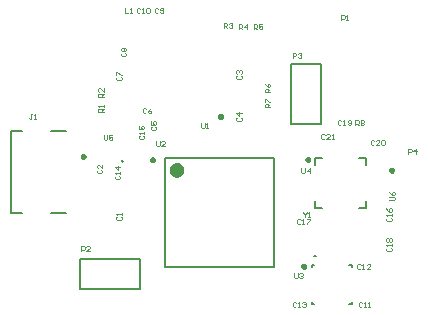
<source format=gto>
%FSTAX23Y23*%
%MOIN*%
%SFA1B1*%

%IPPOS*%
%ADD10C,0.003937*%
%ADD11C,0.023622*%
%ADD12C,0.009843*%
%ADD13C,0.007874*%
%ADD14C,0.004000*%
%LNcore_prototype_1-1*%
%LPD*%
G54D10*
X03748Y03116D02*
D01*
X03748Y03117*
X03748Y03117*
X03748Y03117*
X03748Y03117*
X03747Y03117*
X03747Y03117*
X03747Y03117*
X03747Y03118*
X03747Y03118*
X03747Y03118*
X03747Y03118*
X03747Y03118*
X03747Y03118*
X03747Y03118*
X03747Y03118*
X03747Y03118*
X03746Y03118*
X03746Y03118*
X03746Y03118*
X03746Y03118*
X03746Y03118*
X03746Y03118*
X03746*
X03745Y03118*
X03745Y03118*
X03745Y03118*
X03745Y03118*
X03745Y03118*
X03745Y03118*
X03745Y03118*
X03745Y03118*
X03744Y03118*
X03744Y03118*
X03744Y03118*
X03744Y03118*
X03744Y03118*
X03744Y03118*
X03744Y03117*
X03744Y03117*
X03744Y03117*
X03744Y03117*
X03744Y03117*
X03744Y03117*
X03744Y03117*
X03744Y03116*
X03744Y03116*
X03744Y03116*
X03744Y03116*
X03744Y03116*
X03744Y03116*
X03744Y03116*
X03744Y03116*
X03744Y03115*
X03744Y03115*
X03744Y03115*
X03744Y03115*
X03744Y03115*
X03744Y03115*
X03745Y03115*
X03745Y03115*
X03745Y03115*
X03745Y03115*
X03745Y03115*
X03745Y03115*
X03745Y03115*
X03745Y03115*
X03746Y03114*
X03746*
X03746Y03115*
X03746Y03115*
X03746Y03115*
X03746Y03115*
X03746Y03115*
X03747Y03115*
X03747Y03115*
X03747Y03115*
X03747Y03115*
X03747Y03115*
X03747Y03115*
X03747Y03115*
X03747Y03115*
X03747Y03115*
X03747Y03116*
X03747Y03116*
X03747Y03116*
X03748Y03116*
X03748Y03116*
X03748Y03116*
X03748Y03116*
X03748Y03116*
G54D11*
X0394Y03086D02*
D01*
X0394Y03087*
X03939Y03088*
X03939Y03089*
X03939Y03089*
X03939Y0309*
X03939Y03091*
X03938Y03092*
X03938Y03092*
X03937Y03093*
X03937Y03094*
X03936Y03094*
X03936Y03095*
X03935Y03096*
X03934Y03096*
X03934Y03096*
X03933Y03097*
X03932Y03097*
X03931Y03097*
X03931Y03098*
X0393Y03098*
X03929Y03098*
X03928Y03098*
X03927*
X03927Y03098*
X03926Y03098*
X03925Y03098*
X03924Y03097*
X03923Y03097*
X03923Y03097*
X03922Y03096*
X03921Y03096*
X0392Y03096*
X0392Y03095*
X03919Y03094*
X03919Y03094*
X03918Y03093*
X03918Y03092*
X03917Y03092*
X03917Y03091*
X03917Y0309*
X03916Y03089*
X03916Y03089*
X03916Y03088*
X03916Y03087*
X03916Y03086*
X03916Y03085*
X03916Y03085*
X03916Y03084*
X03916Y03083*
X03917Y03082*
X03917Y03081*
X03917Y03081*
X03918Y0308*
X03918Y03079*
X03919Y03079*
X03919Y03078*
X0392Y03077*
X0392Y03077*
X03921Y03076*
X03922Y03076*
X03923Y03076*
X03923Y03075*
X03924Y03075*
X03925Y03075*
X03926Y03075*
X03927Y03074*
X03927Y03074*
X03928*
X03929Y03074*
X0393Y03075*
X03931Y03075*
X03931Y03075*
X03932Y03075*
X03933Y03076*
X03934Y03076*
X03934Y03076*
X03935Y03077*
X03936Y03077*
X03936Y03078*
X03937Y03079*
X03937Y03079*
X03938Y0308*
X03938Y03081*
X03939Y03081*
X03939Y03082*
X03939Y03083*
X03939Y03084*
X03939Y03085*
X0394Y03085*
X0394Y03086*
G54D12*
X03852Y0312D02*
D01*
X03852Y0312*
X03852Y0312*
X03852Y03121*
X03852Y03121*
X03852Y03121*
X03852Y03122*
X03851Y03122*
X03851Y03122*
X03851Y03123*
X03851Y03123*
X03851Y03123*
X0385Y03123*
X0385Y03124*
X0385Y03124*
X0385Y03124*
X03849Y03124*
X03849Y03124*
X03849Y03124*
X03848Y03124*
X03848Y03125*
X03848Y03125*
X03847Y03125*
X03847*
X03847Y03125*
X03846Y03125*
X03846Y03124*
X03846Y03124*
X03845Y03124*
X03845Y03124*
X03845Y03124*
X03844Y03124*
X03844Y03124*
X03844Y03123*
X03844Y03123*
X03843Y03123*
X03843Y03123*
X03843Y03122*
X03843Y03122*
X03843Y03122*
X03842Y03121*
X03842Y03121*
X03842Y03121*
X03842Y0312*
X03842Y0312*
X03842Y0312*
X03842Y03119*
X03842Y03119*
X03842Y03119*
X03842Y03118*
X03842Y03118*
X03843Y03118*
X03843Y03117*
X03843Y03117*
X03843Y03117*
X03843Y03117*
X03844Y03116*
X03844Y03116*
X03844Y03116*
X03844Y03116*
X03845Y03115*
X03845Y03115*
X03845Y03115*
X03846Y03115*
X03846Y03115*
X03846Y03115*
X03847Y03115*
X03847Y03115*
X03847*
X03848Y03115*
X03848Y03115*
X03848Y03115*
X03849Y03115*
X03849Y03115*
X03849Y03115*
X0385Y03115*
X0385Y03116*
X0385Y03116*
X0385Y03116*
X03851Y03116*
X03851Y03117*
X03851Y03117*
X03851Y03117*
X03851Y03117*
X03852Y03118*
X03852Y03118*
X03852Y03118*
X03852Y03119*
X03852Y03119*
X03852Y03119*
X03852Y0312*
X03621Y03131D02*
D01*
X03621Y03131*
X03621Y03131*
X03621Y03132*
X03621Y03132*
X03621Y03132*
X0362Y03133*
X0362Y03133*
X0362Y03133*
X0362Y03134*
X0362Y03134*
X03619Y03134*
X03619Y03134*
X03619Y03135*
X03619Y03135*
X03618Y03135*
X03618Y03135*
X03618Y03135*
X03617Y03135*
X03617Y03135*
X03617Y03136*
X03616Y03136*
X03616Y03136*
X03616*
X03615Y03136*
X03615Y03136*
X03615Y03135*
X03614Y03135*
X03614Y03135*
X03614Y03135*
X03613Y03135*
X03613Y03135*
X03613Y03135*
X03613Y03134*
X03612Y03134*
X03612Y03134*
X03612Y03134*
X03612Y03133*
X03612Y03133*
X03611Y03133*
X03611Y03132*
X03611Y03132*
X03611Y03132*
X03611Y03131*
X03611Y03131*
X03611Y03131*
X03611Y0313*
X03611Y0313*
X03611Y0313*
X03611Y03129*
X03611Y03129*
X03611Y03129*
X03612Y03128*
X03612Y03128*
X03612Y03128*
X03612Y03128*
X03612Y03127*
X03613Y03127*
X03613Y03127*
X03613Y03127*
X03613Y03126*
X03614Y03126*
X03614Y03126*
X03614Y03126*
X03615Y03126*
X03615Y03126*
X03615Y03126*
X03616Y03126*
X03616*
X03616Y03126*
X03617Y03126*
X03617Y03126*
X03617Y03126*
X03618Y03126*
X03618Y03126*
X03618Y03126*
X03619Y03127*
X03619Y03127*
X03619Y03127*
X03619Y03127*
X0362Y03128*
X0362Y03128*
X0362Y03128*
X0362Y03128*
X0362Y03129*
X03621Y03129*
X03621Y03129*
X03621Y0313*
X03621Y0313*
X03621Y0313*
X03621Y03131*
X04357Y02766D02*
D01*
X04357Y02766*
X04357Y02766*
X04357Y02767*
X04357Y02767*
X04357Y02767*
X04356Y02768*
X04356Y02768*
X04356Y02768*
X04356Y02768*
X04356Y02769*
X04356Y02769*
X04355Y02769*
X04355Y02769*
X04355Y0277*
X04354Y0277*
X04354Y0277*
X04354Y0277*
X04354Y0277*
X04353Y0277*
X04353Y0277*
X04352Y0277*
X04352Y0277*
X04352*
X04351Y0277*
X04351Y0277*
X04351Y0277*
X0435Y0277*
X0435Y0277*
X0435Y0277*
X0435Y0277*
X04349Y0277*
X04349Y02769*
X04349Y02769*
X04348Y02769*
X04348Y02769*
X04348Y02768*
X04348Y02768*
X04348Y02768*
X04347Y02768*
X04347Y02767*
X04347Y02767*
X04347Y02767*
X04347Y02766*
X04347Y02766*
X04347Y02766*
X04347Y02765*
X04347Y02765*
X04347Y02765*
X04347Y02764*
X04347Y02764*
X04347Y02764*
X04348Y02763*
X04348Y02763*
X04348Y02763*
X04348Y02762*
X04348Y02762*
X04349Y02762*
X04349Y02762*
X04349Y02761*
X0435Y02761*
X0435Y02761*
X0435Y02761*
X0435Y02761*
X04351Y02761*
X04351Y02761*
X04351Y02761*
X04352Y02761*
X04352*
X04352Y02761*
X04353Y02761*
X04353Y02761*
X04354Y02761*
X04354Y02761*
X04354Y02761*
X04354Y02761*
X04355Y02761*
X04355Y02762*
X04355Y02762*
X04356Y02762*
X04356Y02762*
X04356Y02763*
X04356Y02763*
X04356Y02763*
X04356Y02764*
X04357Y02764*
X04357Y02764*
X04357Y02765*
X04357Y02765*
X04357Y02765*
X04357Y02766*
X04369Y03121D02*
D01*
X04369Y03121*
X04369Y03122*
X04369Y03122*
X04369Y03122*
X04369Y03123*
X04369Y03123*
X04369Y03123*
X04368Y03124*
X04368Y03124*
X04368Y03124*
X04368Y03124*
X04368Y03125*
X04367Y03125*
X04367Y03125*
X04367Y03125*
X04366Y03125*
X04366Y03126*
X04366Y03126*
X04365Y03126*
X04365Y03126*
X04365Y03126*
X04364Y03126*
X04364*
X04364Y03126*
X04363Y03126*
X04363Y03126*
X04363Y03126*
X04362Y03126*
X04362Y03125*
X04362Y03125*
X04362Y03125*
X04361Y03125*
X04361Y03125*
X04361Y03124*
X0436Y03124*
X0436Y03124*
X0436Y03124*
X0436Y03123*
X0436Y03123*
X0436Y03123*
X0436Y03122*
X04359Y03122*
X04359Y03122*
X04359Y03121*
X04359Y03121*
X04359Y03121*
X04359Y0312*
X04359Y0312*
X0436Y0312*
X0436Y03119*
X0436Y03119*
X0436Y03119*
X0436Y03118*
X0436Y03118*
X0436Y03118*
X04361Y03118*
X04361Y03117*
X04361Y03117*
X04362Y03117*
X04362Y03117*
X04362Y03117*
X04362Y03117*
X04363Y03116*
X04363Y03116*
X04363Y03116*
X04364Y03116*
X04364Y03116*
X04364*
X04365Y03116*
X04365Y03116*
X04365Y03116*
X04366Y03116*
X04366Y03117*
X04366Y03117*
X04367Y03117*
X04367Y03117*
X04367Y03117*
X04368Y03117*
X04368Y03118*
X04368Y03118*
X04368Y03118*
X04368Y03118*
X04369Y03119*
X04369Y03119*
X04369Y03119*
X04369Y0312*
X04369Y0312*
X04369Y0312*
X04369Y03121*
X04369Y03121*
X04079Y03265D02*
D01*
X04079Y03265*
X04079Y03265*
X04079Y03266*
X04079Y03266*
X04078Y03266*
X04078Y03267*
X04078Y03267*
X04078Y03267*
X04078Y03268*
X04078Y03268*
X04077Y03268*
X04077Y03268*
X04077Y03269*
X04077Y03269*
X04076Y03269*
X04076Y03269*
X04076Y03269*
X04075Y03269*
X04075Y03269*
X04075Y03269*
X04074Y0327*
X04074Y0327*
X04074*
X04073Y0327*
X04073Y03269*
X04073Y03269*
X04072Y03269*
X04072Y03269*
X04072Y03269*
X04071Y03269*
X04071Y03269*
X04071Y03269*
X04071Y03268*
X0407Y03268*
X0407Y03268*
X0407Y03268*
X0407Y03267*
X0407Y03267*
X04069Y03267*
X04069Y03266*
X04069Y03266*
X04069Y03266*
X04069Y03265*
X04069Y03265*
X04069Y03265*
X04069Y03264*
X04069Y03264*
X04069Y03264*
X04069Y03263*
X04069Y03263*
X04069Y03263*
X0407Y03262*
X0407Y03262*
X0407Y03262*
X0407Y03261*
X0407Y03261*
X04071Y03261*
X04071Y03261*
X04071Y03261*
X04071Y0326*
X04072Y0326*
X04072Y0326*
X04072Y0326*
X04073Y0326*
X04073Y0326*
X04073Y0326*
X04074Y0326*
X04074*
X04074Y0326*
X04075Y0326*
X04075Y0326*
X04075Y0326*
X04076Y0326*
X04076Y0326*
X04076Y0326*
X04077Y03261*
X04077Y03261*
X04077Y03261*
X04077Y03261*
X04078Y03261*
X04078Y03262*
X04078Y03262*
X04078Y03262*
X04078Y03263*
X04078Y03263*
X04079Y03263*
X04079Y03264*
X04079Y03264*
X04079Y03264*
X04079Y03265*
X04649Y03085D02*
D01*
X04649Y03085*
X04649Y03086*
X04649Y03086*
X04649Y03086*
X04649Y03087*
X04649Y03087*
X04649Y03087*
X04648Y03088*
X04648Y03088*
X04648Y03088*
X04648Y03088*
X04647Y03089*
X04647Y03089*
X04647Y03089*
X04647Y03089*
X04646Y03089*
X04646Y03089*
X04646Y0309*
X04645Y0309*
X04645Y0309*
X04645Y0309*
X04644Y0309*
X04644*
X04644Y0309*
X04643Y0309*
X04643Y0309*
X04643Y0309*
X04642Y03089*
X04642Y03089*
X04642Y03089*
X04641Y03089*
X04641Y03089*
X04641Y03089*
X04641Y03088*
X0464Y03088*
X0464Y03088*
X0464Y03088*
X0464Y03087*
X0464Y03087*
X0464Y03087*
X04639Y03086*
X04639Y03086*
X04639Y03086*
X04639Y03085*
X04639Y03085*
X04639Y03085*
X04639Y03084*
X04639Y03084*
X04639Y03084*
X0464Y03083*
X0464Y03083*
X0464Y03083*
X0464Y03082*
X0464Y03082*
X0464Y03082*
X04641Y03082*
X04641Y03081*
X04641Y03081*
X04641Y03081*
X04642Y03081*
X04642Y03081*
X04642Y0308*
X04643Y0308*
X04643Y0308*
X04643Y0308*
X04644Y0308*
X04644Y0308*
X04644*
X04645Y0308*
X04645Y0308*
X04645Y0308*
X04646Y0308*
X04646Y0308*
X04646Y03081*
X04647Y03081*
X04647Y03081*
X04647Y03081*
X04647Y03081*
X04648Y03082*
X04648Y03082*
X04648Y03082*
X04648Y03082*
X04649Y03083*
X04649Y03083*
X04649Y03083*
X04649Y03084*
X04649Y03084*
X04649Y03084*
X04649Y03085*
X04649Y03085*
G54D13*
X04391Y028D02*
D01*
X04391Y028*
X04391Y028*
X04391Y028*
X04391Y028*
X04391Y028*
X04391Y028*
X04391Y028*
X04391Y02801*
X0439Y02801*
X0439Y02801*
X0439Y02801*
X0439Y02801*
X0439Y02801*
X0439Y02801*
X0439Y02801*
X0439Y02801*
X0439Y02801*
X04389Y02801*
X04389Y02801*
X04389Y02801*
X04389Y02801*
X04389Y02801*
X04389*
X04389Y02801*
X04389Y02801*
X04388Y02801*
X04388Y02801*
X04388Y02801*
X04388Y02801*
X04388Y02801*
X04388Y02801*
X04388Y02801*
X04388Y02801*
X04387Y02801*
X04387Y02801*
X04387Y02801*
X04387Y02801*
X04387Y028*
X04387Y028*
X04387Y028*
X04387Y028*
X04387Y028*
X04387Y028*
X04387Y028*
X04387Y028*
X04387Y02799*
X04387Y02799*
X04387Y02799*
X04387Y02799*
X04387Y02799*
X04387Y02799*
X04387Y02799*
X04387Y02798*
X04387Y02798*
X04387Y02798*
X04387Y02798*
X04388Y02798*
X04388Y02798*
X04388Y02798*
X04388Y02798*
X04388Y02798*
X04388Y02798*
X04388Y02798*
X04388Y02798*
X04389Y02798*
X04389Y02798*
X04389Y02798*
X04389*
X04389Y02798*
X04389Y02798*
X04389Y02798*
X04389Y02798*
X0439Y02798*
X0439Y02798*
X0439Y02798*
X0439Y02798*
X0439Y02798*
X0439Y02798*
X0439Y02798*
X0439Y02798*
X0439Y02798*
X04391Y02798*
X04391Y02799*
X04391Y02799*
X04391Y02799*
X04391Y02799*
X04391Y02799*
X04391Y02799*
X04391Y02799*
X04391Y028*
X03888Y02763D02*
X04251D01*
X03888Y03126D02*
X04251D01*
Y02763D02*
Y03126D01*
X03888Y02763D02*
Y03126D01*
X03377Y03217D02*
X03413D01*
X0351D02*
X03559D01*
X03377Y02942D02*
Y03217D01*
Y02942D02*
X03413D01*
X0351D02*
X03559D01*
X04378Y02638D02*
X04385D01*
X04378D02*
Y02645D01*
X04504Y02638D02*
X04511D01*
Y02645*
Y02764D02*
Y02771D01*
X04504D02*
X04511D01*
X04378D02*
X04385D01*
X04378Y02764D02*
Y02771D01*
X0439Y03102D02*
Y03127D01*
X04414*
X04535D02*
X04559D01*
Y03102D02*
Y03127D01*
Y02958D02*
Y02982D01*
X04535Y02958D02*
X04559D01*
X0439D02*
Y02982D01*
Y02958D02*
X04414D01*
X0431Y0344D02*
X0441D01*
Y0324D02*
Y0344D01*
X0431Y0324D02*
X0441D01*
X0431D02*
Y0344D01*
X03605Y0279D02*
X03805D01*
X03605Y0269D02*
Y0279D01*
Y0269D02*
X03805D01*
Y0279*
G54D14*
X04344Y03092D02*
Y03078D01*
X04347Y03075*
X04353*
X04356Y03078*
Y03092*
X04371Y03075D02*
Y03092D01*
X04362Y03083*
X04374*
X0435Y02947D02*
Y02944D01*
X04355Y02938*
X04361Y02944*
Y02947*
X04355Y02938D02*
Y0293D01*
X04367D02*
X04373D01*
X0437*
Y02947*
X04367Y02944*
X04637Y02985D02*
X04652D01*
X04655Y02988*
Y02993*
X04652Y02996*
X04637*
Y03014D02*
X0464Y03008D01*
X04646Y03002*
X04652*
X04655Y03005*
Y03011*
X04652Y03014*
X04649*
X04646Y03011*
Y03002*
X03685Y03202D02*
Y03188D01*
X03688Y03185*
X03693*
X03696Y03188*
Y03202*
X03714D02*
X03702D01*
Y03193*
X03708Y03196*
X03711*
X03714Y03193*
Y03188*
X03711Y03185*
X03705*
X03702Y03188*
X0432Y02742D02*
Y02728D01*
X04323Y02725*
X04328*
X04331Y02728*
Y02742*
X04337Y02739D02*
X0434Y02742D01*
X04346*
X04349Y02739*
Y02736*
X04346Y02733*
X04343*
X04346*
X04349Y0273*
Y02728*
X04346Y02725*
X0434*
X04337Y02728*
X0386Y03182D02*
Y03168D01*
X03863Y03165*
X03868*
X03871Y03168*
Y03182*
X03889Y03165D02*
X03877D01*
X03889Y03176*
Y03179*
X03886Y03182*
X0388*
X03877Y03179*
X0401Y03242D02*
Y03228D01*
X04013Y03225*
X04018*
X04021Y03228*
Y03242*
X04027Y03225D02*
X04033D01*
X0403*
Y03242*
X04027Y03239*
X04523Y03235D02*
Y03252D01*
X04532*
X04535Y03249*
Y03243*
X04532Y03241*
X04523*
X04529D02*
X04535Y03235D01*
X04541Y03249D02*
X04544Y03252D01*
X0455*
X04553Y03249*
Y03246*
X0455Y03243*
X04553Y03241*
Y03238*
X0455Y03235*
X04544*
X04541Y03238*
Y03241*
X04544Y03243*
X04541Y03246*
Y03249*
X04544Y03243D02*
X0455D01*
X0424Y03295D02*
X04222D01*
Y03303*
X04225Y03306*
X04231*
X04234Y03303*
Y03295*
Y03301D02*
X0424Y03306D01*
X04222Y03312D02*
Y03324D01*
X04225*
X04237Y03312*
X0424*
Y03345D02*
X04222D01*
Y03353*
X04225Y03356*
X04231*
X04234Y03353*
Y03345*
Y0335D02*
X0424Y03356D01*
X04222Y03374D02*
X04225Y03368D01*
X04231Y03362*
X04237*
X0424Y03365*
Y03371*
X04237Y03374*
X04234*
X04231Y03371*
Y03362*
X04185Y03555D02*
Y03572D01*
X04193*
X04196Y03569*
Y03563*
X04193Y0356*
X04185*
X0419D02*
X04196Y03555D01*
X04214Y03572D02*
X04202D01*
Y03563*
X04208Y03566*
X04211*
X04214Y03563*
Y03558*
X04211Y03555*
X04205*
X04202Y03558*
X04135Y03555D02*
Y03572D01*
X04143*
X04146Y03569*
Y03563*
X04143Y0356*
X04135*
X04141D02*
X04146Y03555D01*
X04161D02*
Y03572D01*
X04152Y03563*
X04164*
X04085Y0356D02*
Y03577D01*
X04093*
X04096Y03574*
Y03568*
X04093Y03565*
X04085*
X0409D02*
X04096Y0356D01*
X04102Y03574D02*
X04105Y03577D01*
X04111*
X04114Y03574*
Y03571*
X04111Y03568*
X04108*
X04111*
X04114Y03565*
Y03563*
X04111Y0356*
X04105*
X04102Y03563*
X03685Y0333D02*
X03667D01*
Y03338*
X0367Y03341*
X03676*
X03679Y03338*
Y0333*
Y03336D02*
X03685Y03341D01*
Y03359D02*
Y03347D01*
X03673Y03359*
X0367*
X03667Y03356*
Y0335*
X0367Y03347*
X03685Y0328D02*
X03667D01*
Y03288*
X0367Y03291*
X03676*
X03679Y03288*
Y0328*
Y03285D02*
X03685Y03291D01*
Y03297D02*
Y03303D01*
Y033*
X03667*
X0367Y03297*
X047Y0314D02*
Y03157D01*
X04708*
X04711Y03154*
Y03148*
X04708Y03145*
X047*
X04726Y0314D02*
Y03157D01*
X04717Y03148*
X04729*
X04315Y0346D02*
Y03477D01*
X04323*
X04326Y03474*
Y03468*
X04323Y03465*
X04315*
X04332Y03474D02*
X04335Y03477D01*
X04341*
X04344Y03474*
Y03471*
X04341Y03468*
X04338*
X04341*
X04344Y03465*
Y03463*
X04341Y0346*
X04335*
X04332Y03463*
X0361Y02815D02*
Y02832D01*
X03618*
X03621Y02829*
Y02823*
X03618Y02821*
X0361*
X03639Y02815D02*
X03627D01*
X03639Y02826*
Y02829*
X03636Y02832*
X0363*
X03627Y02829*
X04477Y03586D02*
Y03603D01*
X04485*
X04488Y036*
Y03594*
X04485Y03591*
X04477*
X04494Y03586D02*
X045D01*
X04497*
Y03603*
X04494Y036*
X03755Y03627D02*
Y0361D01*
X03766*
X03772D02*
X03778D01*
X03775*
Y03627*
X03772Y03624*
X03446Y03272D02*
X03441D01*
X03443*
Y03258*
X03441Y03255*
X03438*
X03435Y03258*
X03452Y03255D02*
X03458D01*
X03455*
Y03272*
X03452Y03269*
X04421Y03204D02*
X04418Y03207D01*
X04413*
X0441Y03204*
Y03193*
X04413Y0319*
X04418*
X04421Y03193*
X04439Y0319D02*
X04427D01*
X04439Y03201*
Y03204*
X04436Y03207*
X0443*
X04427Y03204*
X04445Y0319D02*
X04451D01*
X04448*
Y03207*
X04445Y03204*
X04586Y03184D02*
X04583Y03187D01*
X04578*
X04575Y03184*
Y03173*
X04578Y0317*
X04583*
X04586Y03173*
X04604Y0317D02*
X04592D01*
X04604Y03181*
Y03184*
X04601Y03187*
X04595*
X04592Y03184*
X0461D02*
X04613Y03187D01*
X04619*
X04622Y03184*
Y03173*
X04619Y0317*
X04613*
X0461Y03173*
Y03184*
X04477Y0325D02*
X04474Y03253D01*
X04468*
X04465Y0325*
Y03238*
X04468Y03235*
X04474*
X04477Y03238*
X04483Y03235D02*
X04489D01*
X04486*
Y03253*
X04483Y0325*
X04498Y03238D02*
X04501Y03235D01*
X04507*
X0451Y03238*
Y0325*
X04507Y03253*
X04501*
X04498Y0325*
Y03247*
X04501Y03244*
X0451*
X0463Y02826D02*
X04627Y02823D01*
Y02818*
X0463Y02815*
X04642*
X04645Y02818*
Y02823*
X04642Y02826*
X04645Y02832D02*
Y02838D01*
Y02835*
X04627*
X0463Y02832*
Y02847D02*
X04627Y0285D01*
Y02856*
X0463Y02859*
X04633*
X04636Y02856*
X04639Y02859*
X04642*
X04645Y02856*
Y0285*
X04642Y02847*
X04639*
X04636Y0285*
X04633Y02847*
X0463*
X04636Y0285D02*
Y02856D01*
X04341Y02919D02*
X04338Y02922D01*
X04333*
X0433Y02919*
Y02908*
X04333Y02905*
X04338*
X04341Y02908*
X04347Y02905D02*
X04353D01*
X0435*
Y02922*
X04347Y02919*
X04362Y02922D02*
X04374D01*
Y02919*
X04362Y02908*
Y02905*
X0463Y02926D02*
X04627Y02923D01*
Y02918*
X0463Y02915*
X04642*
X04645Y02918*
Y02923*
X04642Y02926*
X04645Y02932D02*
Y02938D01*
Y02935*
X04627*
X0463Y02932*
X04627Y02959D02*
X0463Y02953D01*
X04636Y02947*
X04642*
X04645Y0295*
Y02956*
X04642Y02959*
X04639*
X04636Y02956*
Y02947*
X03805Y03201D02*
X03802Y03198D01*
Y03193*
X03805Y0319*
X03817*
X0382Y03193*
Y03198*
X03817Y03201*
X0382Y03207D02*
Y03213D01*
Y0321*
X03802*
X03805Y03207*
X03802Y03234D02*
Y03222D01*
X03811*
X03808Y03228*
Y03231*
X03811Y03234*
X03817*
X0382Y03231*
Y03225*
X03817Y03222*
X03725Y03066D02*
X03722Y03063D01*
Y03058*
X03725Y03055*
X03737*
X0374Y03058*
Y03063*
X03737Y03066*
X0374Y03072D02*
Y03078D01*
Y03075*
X03722*
X03725Y03072*
X0374Y03096D02*
X03722D01*
X03731Y03087*
Y03099*
X04326Y02644D02*
X04323Y02647D01*
X04318*
X04315Y02644*
Y02633*
X04318Y0263*
X04323*
X04326Y02633*
X04332Y0263D02*
X04338D01*
X04335*
Y02647*
X04332Y02644*
X04347D02*
X0435Y02647D01*
X04356*
X04359Y02644*
Y02641*
X04356Y02638*
X04353*
X04356*
X04359Y02636*
Y02633*
X04356Y0263*
X0435*
X04347Y02633*
X04541Y02769D02*
X04538Y02772D01*
X04533*
X0453Y02769*
Y02758*
X04533Y02755*
X04538*
X04541Y02758*
X04547Y02755D02*
X04553D01*
X0455*
Y02772*
X04547Y02769*
X04574Y02755D02*
X04562D01*
X04574Y02766*
Y02769*
X04571Y02772*
X04565*
X04562Y02769*
X04546Y02644D02*
X04543Y02647D01*
X04538*
X04535Y02644*
Y02633*
X04538Y0263*
X04543*
X04546Y02633*
X04552Y0263D02*
X04558D01*
X04555*
Y02647*
X04552Y02644*
X04567Y0263D02*
X04573D01*
X0457*
Y02647*
X04567Y02644*
X03806Y03624D02*
X03803Y03627D01*
X03798*
X03795Y03624*
Y03613*
X03798Y0361*
X03803*
X03806Y03613*
X03812Y0361D02*
X03818D01*
X03815*
Y03627*
X03812Y03624*
X03827D02*
X0383Y03627D01*
X03836*
X03839Y03624*
Y03613*
X03836Y0361*
X0383*
X03827Y03613*
Y03624*
X03866D02*
X03863Y03627D01*
X03858*
X03855Y03624*
Y03613*
X03858Y0361*
X03863*
X03866Y03613*
X03872D02*
X03875Y0361D01*
X03881*
X03884Y03613*
Y03624*
X03881Y03627*
X03875*
X03872Y03624*
Y03621*
X03875Y03618*
X03884*
X03745Y03476D02*
X03742Y03473D01*
Y03468*
X03745Y03465*
X03757*
X0376Y03468*
Y03473*
X03757Y03476*
X03745Y03482D02*
X03742Y03485D01*
Y03491*
X03745Y03494*
X03748*
X03751Y03491*
X03754Y03494*
X03757*
X0376Y03491*
Y03485*
X03757Y03482*
X03754*
X03751Y03485*
X03748Y03482*
X03745*
X03751Y03485D02*
Y03491D01*
X0373Y03396D02*
X03727Y03393D01*
Y03388*
X0373Y03385*
X03742*
X03745Y03388*
Y03393*
X03742Y03396*
X03727Y03402D02*
Y03414D01*
X0373*
X03742Y03402*
X03745*
X03826Y03289D02*
X03823Y03292D01*
X03818*
X03815Y03289*
Y03278*
X03818Y03275*
X03823*
X03826Y03278*
X03844Y03292D02*
X03838Y03289D01*
X03832Y03283*
Y03278*
X03835Y03275*
X03841*
X03844Y03278*
Y0328*
X03841Y03283*
X03832*
X03845Y03231D02*
X03842Y03228D01*
Y03223*
X03845Y0322*
X03857*
X0386Y03223*
Y03228*
X03857Y03231*
X03842Y03249D02*
Y03237D01*
X03851*
X03848Y03243*
Y03246*
X03851Y03249*
X03857*
X0386Y03246*
Y0324*
X03857Y03237*
X0413Y03261D02*
X04127Y03258D01*
Y03253*
X0413Y0325*
X04142*
X04145Y03253*
Y03258*
X04142Y03261*
X04145Y03276D02*
X04127D01*
X04136Y03267*
Y03279*
X0413Y03401D02*
X04127Y03398D01*
Y03393*
X0413Y0339*
X04142*
X04145Y03393*
Y03398*
X04142Y03401*
X0413Y03407D02*
X04127Y0341D01*
Y03416*
X0413Y03419*
X04133*
X04136Y03416*
Y03413*
Y03416*
X04139Y03419*
X04142*
X04145Y03416*
Y0341*
X04142Y03407*
X03665Y03086D02*
X03662Y03083D01*
Y03078*
X03665Y03075*
X03677*
X0368Y03078*
Y03083*
X03677Y03086*
X0368Y03104D02*
Y03092D01*
X03668Y03104*
X03665*
X03662Y03101*
Y03095*
X03665Y03092*
X0373Y02931D02*
X03727Y02928D01*
Y02923*
X0373Y0292*
X03742*
X03745Y02923*
Y02928*
X03742Y02931*
X03745Y02937D02*
Y02943D01*
Y0294*
X03727*
X0373Y02937*
M02*
</source>
